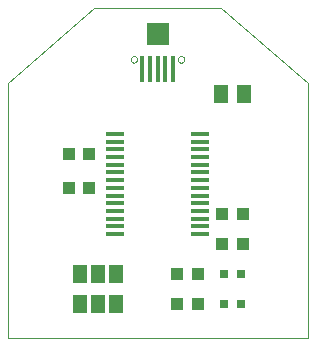
<source format=gtp>
G75*
G70*
%OFA0B0*%
%FSLAX24Y24*%
%IPPOS*%
%LPD*%
%AMOC8*
5,1,8,0,0,1.08239X$1,22.5*
%
%ADD10C,0.0000*%
%ADD11R,0.0591X0.0157*%
%ADD12R,0.0157X0.0886*%
%ADD13R,0.0748X0.0748*%
%ADD14R,0.0433X0.0394*%
%ADD15R,0.0512X0.0591*%
%ADD16R,0.0460X0.0630*%
%ADD17R,0.0315X0.0315*%
%ADD18R,0.0394X0.0433*%
D10*
X000645Y000524D02*
X000645Y009019D01*
X003520Y011524D01*
X007770Y011524D01*
X010645Y009019D01*
X010645Y000524D01*
X000645Y000524D01*
X004750Y009803D02*
X004752Y009823D01*
X004758Y009843D01*
X004767Y009861D01*
X004780Y009878D01*
X004795Y009891D01*
X004813Y009901D01*
X004833Y009908D01*
X004853Y009911D01*
X004873Y009910D01*
X004893Y009905D01*
X004912Y009897D01*
X004929Y009885D01*
X004943Y009870D01*
X004954Y009852D01*
X004962Y009833D01*
X004966Y009813D01*
X004966Y009793D01*
X004962Y009773D01*
X004954Y009754D01*
X004943Y009736D01*
X004929Y009721D01*
X004912Y009709D01*
X004893Y009701D01*
X004873Y009696D01*
X004853Y009695D01*
X004833Y009698D01*
X004813Y009705D01*
X004795Y009715D01*
X004780Y009728D01*
X004767Y009745D01*
X004758Y009763D01*
X004752Y009783D01*
X004750Y009803D01*
X006324Y009803D02*
X006326Y009823D01*
X006332Y009843D01*
X006341Y009861D01*
X006354Y009878D01*
X006369Y009891D01*
X006387Y009901D01*
X006407Y009908D01*
X006427Y009911D01*
X006447Y009910D01*
X006467Y009905D01*
X006486Y009897D01*
X006503Y009885D01*
X006517Y009870D01*
X006528Y009852D01*
X006536Y009833D01*
X006540Y009813D01*
X006540Y009793D01*
X006536Y009773D01*
X006528Y009754D01*
X006517Y009736D01*
X006503Y009721D01*
X006486Y009709D01*
X006467Y009701D01*
X006447Y009696D01*
X006427Y009695D01*
X006407Y009698D01*
X006387Y009705D01*
X006369Y009715D01*
X006354Y009728D01*
X006341Y009745D01*
X006332Y009763D01*
X006326Y009783D01*
X006324Y009803D01*
D11*
X007072Y007312D03*
X007072Y007057D03*
X007072Y006801D03*
X007072Y006545D03*
X007072Y006289D03*
X007072Y006033D03*
X007072Y005777D03*
X007072Y005521D03*
X007072Y005265D03*
X007072Y005009D03*
X007072Y004753D03*
X007072Y004498D03*
X007072Y004242D03*
X007072Y003986D03*
X004218Y003986D03*
X004218Y004242D03*
X004218Y004498D03*
X004218Y004753D03*
X004218Y005009D03*
X004218Y005265D03*
X004218Y005521D03*
X004218Y005777D03*
X004218Y006033D03*
X004218Y006289D03*
X004218Y006545D03*
X004218Y006801D03*
X004218Y007057D03*
X004218Y007312D03*
D12*
X005133Y009498D03*
X005389Y009498D03*
X005645Y009498D03*
X005901Y009498D03*
X006157Y009498D03*
D13*
X005645Y010649D03*
D14*
X003355Y006649D03*
X002685Y006649D03*
X002685Y005524D03*
X003355Y005524D03*
X007810Y004649D03*
X008480Y004649D03*
X008480Y003649D03*
X007810Y003649D03*
D15*
X007771Y008649D03*
X008519Y008649D03*
D16*
X004245Y002649D03*
X003645Y002649D03*
X003045Y002649D03*
X003045Y001649D03*
X003645Y001649D03*
X004245Y001649D03*
D17*
X007850Y001649D03*
X008440Y001649D03*
X008440Y002649D03*
X007850Y002649D03*
D18*
X006980Y002649D03*
X006310Y002649D03*
X006310Y001649D03*
X006980Y001649D03*
M02*

</source>
